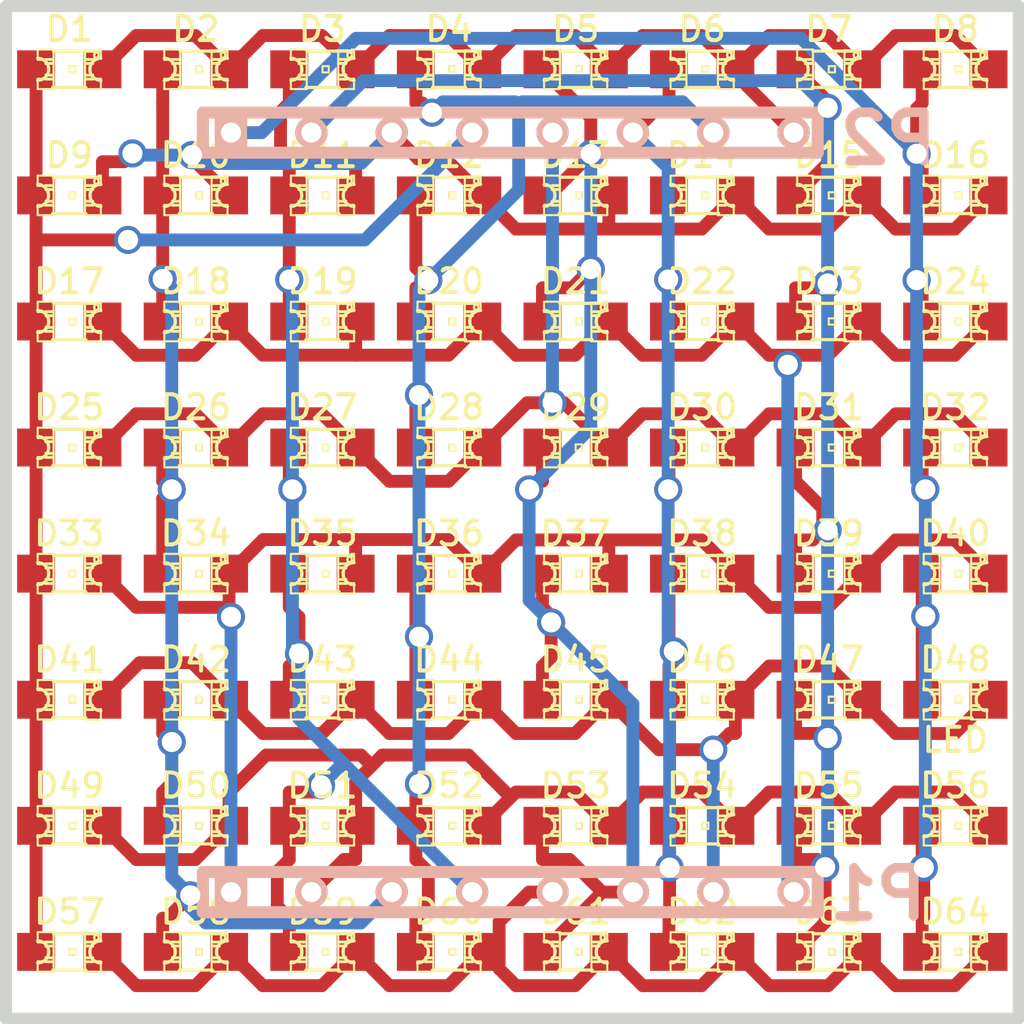
<source format=kicad_pcb>
(kicad_pcb (version 20171130) (host pcbnew 5.1.10)
  (title_block (date "12 feb 2013"))
  (layers (0 Front signal) (31 Back signal) (34 B.Paste user) (35 F.Paste user) (36 B.SilkS user) (37 F.SilkS user) (38 B.Mask user) (39 F.Mask user) (44 Edge.Cuts user))
  (net 0 "")
  (net 1 /1)
  (net 2 /10)
  (net 3 /11)
  (net 4 /12)
  (net 5 /13)
  (net 6 /14)
  (net 7 /15)
  (net 8 /16)
  (net 9 /2)
  (net 10 /3)
  (net 11 /4)
  (net 12 /5)
  (net 13 /6)
  (net 14 /7)
  (net 15 /8)
  (net 16 /9)
  (module PANEL_HEADER_8PIN (layer Back) (at 66.79946 54.8005)
    (fp_text reference P2 (at 11.87704 0.1905) (layer B.SilkS) (effects (font (size 1.524 1.524) (thickness 0.3048)) (justify mirror)))
    (fp_text value "" hide)
    (pad 4 thru_hole circle (at -1.27 0) (size 1.016 1.016) (drill 0.635) (layers *.Cu *.Mask B.SilkS) (net 5 /13))
    (pad 3 thru_hole circle (at -3.81 0) (size 1.016 1.016) (drill 0.635) (layers *.Cu *.Mask B.SilkS) (net 6 /14))
    (pad 2 thru_hole circle (at -6.35 0) (size 1.016 1.016) (drill 0.635) (layers *.Cu *.Mask B.SilkS) (net 7 /15))
    (pad 1 thru_hole rect (at -8.89 0) (size 1.016 1.016) (drill 0.635) (layers *.Cu *.Mask B.SilkS) (net 8 /16))
    (pad 5 thru_hole circle (at 1.27 0) (size 1.016 1.016) (drill 0.635) (layers *.Cu *.Mask B.SilkS) (net 4 /12))
    (pad 6 thru_hole circle (at 3.81 0) (size 1.016 1.016) (drill 0.635) (layers *.Cu *.Mask B.SilkS) (net 3 /11))
    (pad 7 thru_hole circle (at 6.35 0) (size 1.016 1.016) (drill 0.635) (layers *.Cu *.Mask B.SilkS) (net 2 /10))
    (pad 8 thru_hole circle (at 8.89 0) (size 1.016 1.016) (drill 0.635) (layers *.Cu *.Mask B.SilkS) (net 16 /9))
  )
  (module PANEL_HEADER_8PIN (layer Back) (at 66.79946 78.80096)
    (fp_text reference P1 (at 11.55954 0.06604) (layer B.SilkS) (effects (font (size 1.524 1.524) (thickness 0.3048)) (justify mirror)))
    (fp_text value "" hide)
    (pad 4 thru_hole circle (at -1.27 0) (size 1.016 1.016) (drill 0.635) (layers *.Cu *.Mask B.SilkS) (net 11 /4))
    (pad 3 thru_hole circle (at -3.81 0) (size 1.016 1.016) (drill 0.635) (layers *.Cu *.Mask B.SilkS) (net 10 /3))
    (pad 2 thru_hole circle (at -6.35 0) (size 1.016 1.016) (drill 0.635) (layers *.Cu *.Mask B.SilkS) (net 9 /2))
    (pad 1 thru_hole rect (at -8.89 0) (size 1.016 1.016) (drill 0.635) (layers *.Cu *.Mask B.SilkS) (net 1 /1))
    (pad 5 thru_hole circle (at 1.27 0) (size 1.016 1.016) (drill 0.635) (layers *.Cu *.Mask B.SilkS) (net 12 /5))
    (pad 6 thru_hole circle (at 3.81 0) (size 1.016 1.016) (drill 0.635) (layers *.Cu *.Mask B.SilkS) (net 13 /6))
    (pad 7 thru_hole circle (at 6.35 0) (size 1.016 1.016) (drill 0.635) (layers *.Cu *.Mask B.SilkS) (net 14 /7))
    (pad 8 thru_hole circle (at 8.89 0) (size 1.016 1.016) (drill 0.635) (layers *.Cu *.Mask B.SilkS) (net 15 /8))
  )
  (module LED-0805 (layer Front) (at 80.79994 72.72274)
    (fp_text reference D48 (at 0 -1.27) (layer F.SilkS) (effects (font (size 0.762 0.762) (thickness 0.127))))
    (fp_text value LED (at 0 1.27) (layer F.SilkS) (effects (font (size 0.762 0.762) (thickness 0.127))))
    (pad 1 smd rect (at -1.04902 0) (size 1.19888 1.19888) (layers Front F.Paste F.Mask) (net 8 /16))
    (pad 2 smd rect (at 1.04902 0) (size 1.19888 1.19888) (layers Front F.Paste F.Mask) (net 14 /7))
  )
  (module LED-0805 (layer Front) (at 76.79944 72.72274)
    (fp_text reference D47 (at 0 -1.27) (layer F.SilkS) (effects (font (size 0.762 0.762) (thickness 0.127))))
    (fp_text value "" hide)
    (pad 1 smd rect (at -1.04902 0) (size 1.19888 1.19888) (layers Front F.Paste F.Mask) (net 7 /15))
    (pad 2 smd rect (at 1.04902 0) (size 1.19888 1.19888) (layers Front F.Paste F.Mask) (net 14 /7))
  )
  (module LED-0805 (layer Front) (at 72.79894 72.72274)
    (fp_text reference D46 (at 0 -1.27) (layer F.SilkS) (effects (font (size 0.762 0.762) (thickness 0.127))))
    (fp_text value "" hide)
    (pad 1 smd rect (at -1.04902 0) (size 1.19888 1.19888) (layers Front F.Paste F.Mask) (net 3 /11))
    (pad 2 smd rect (at 1.04902 0) (size 1.19888 1.19888) (layers Front F.Paste F.Mask) (net 14 /7))
  )
  (module LED-0805 (layer Front) (at 68.80098 72.72274)
    (fp_text reference D45 (at 0 -1.27) (layer F.SilkS) (effects (font (size 0.762 0.762) (thickness 0.127))))
    (fp_text value "" hide)
    (pad 1 smd rect (at -1.04902 0) (size 1.19888 1.19888) (layers Front F.Paste F.Mask) (net 13 /6))
    (pad 2 smd rect (at 1.04902 0) (size 1.19888 1.19888) (layers Front F.Paste F.Mask) (net 14 /7))
  )
  (module LED-0805 (layer Front) (at 64.80048 72.72274)
    (fp_text reference D44 (at 0 -1.27) (layer F.SilkS) (effects (font (size 0.762 0.762) (thickness 0.127))))
    (fp_text value "" hide)
    (pad 1 smd rect (at -1.04902 0) (size 1.19888 1.19888) (layers Front F.Paste F.Mask) (net 2 /10))
    (pad 2 smd rect (at 1.04902 0) (size 1.19888 1.19888) (layers Front F.Paste F.Mask) (net 14 /7))
  )
  (module LED-0805 (layer Front) (at 60.79998 72.72274)
    (fp_text reference D43 (at 0 -1.27) (layer F.SilkS) (effects (font (size 0.762 0.762) (thickness 0.127))))
    (fp_text value "" hide)
    (pad 1 smd rect (at -1.04902 0) (size 1.19888 1.19888) (layers Front F.Paste F.Mask) (net 11 /4))
    (pad 2 smd rect (at 1.04902 0) (size 1.19888 1.19888) (layers Front F.Paste F.Mask) (net 14 /7))
  )
  (module LED-0805 (layer Front) (at 56.79948 72.72274)
    (fp_text reference D42 (at 0 -1.27) (layer F.SilkS) (effects (font (size 0.762 0.762) (thickness 0.127))))
    (fp_text value "" hide)
    (pad 1 smd rect (at -1.04902 0) (size 1.19888 1.19888) (layers Front F.Paste F.Mask) (net 10 /3))
    (pad 2 smd rect (at 1.04902 0) (size 1.19888 1.19888) (layers Front F.Paste F.Mask) (net 14 /7))
  )
  (module LED-0805 (layer Front) (at 52.79898 72.72274)
    (fp_text reference D41 (at 0 -1.27) (layer F.SilkS) (effects (font (size 0.762 0.762) (thickness 0.127))))
    (fp_text value "" hide)
    (pad 1 smd rect (at -1.04902 0) (size 1.19888 1.19888) (layers Front F.Paste F.Mask) (net 5 /13))
    (pad 2 smd rect (at 1.04902 0) (size 1.19888 1.19888) (layers Front F.Paste F.Mask) (net 14 /7))
  )
  (module LED-0805 (layer Front) (at 80.79994 68.73748)
    (fp_text reference D40 (at 0 -1.27) (layer F.SilkS) (effects (font (size 0.762 0.762) (thickness 0.127))))
    (fp_text value "" hide)
    (pad 1 smd rect (at -1.04902 0) (size 1.19888 1.19888) (layers Front F.Paste F.Mask) (net 8 /16))
    (pad 2 smd rect (at 1.04902 0) (size 1.19888 1.19888) (layers Front F.Paste F.Mask) (net 1 /1))
  )
  (module LED-0805 (layer Front) (at 76.79944 68.73748)
    (fp_text reference D39 (at 0 -1.27) (layer F.SilkS) (effects (font (size 0.762 0.762) (thickness 0.127))))
    (fp_text value "" hide)
    (pad 1 smd rect (at -1.04902 0) (size 1.19888 1.19888) (layers Front F.Paste F.Mask) (net 7 /15))
    (pad 2 smd rect (at 1.04902 0) (size 1.19888 1.19888) (layers Front F.Paste F.Mask) (net 1 /1))
  )
  (module LED-0805 (layer Front) (at 72.79894 68.73748)
    (fp_text reference D38 (at 0 -1.27) (layer F.SilkS) (effects (font (size 0.762 0.762) (thickness 0.127))))
    (fp_text value "" hide)
    (pad 1 smd rect (at -1.04902 0) (size 1.19888 1.19888) (layers Front F.Paste F.Mask) (net 3 /11))
    (pad 2 smd rect (at 1.04902 0) (size 1.19888 1.19888) (layers Front F.Paste F.Mask) (net 1 /1))
  )
  (module LED-0805 (layer Front) (at 68.80098 68.73748)
    (fp_text reference D37 (at 0 -1.27) (layer F.SilkS) (effects (font (size 0.762 0.762) (thickness 0.127))))
    (fp_text value "" hide)
    (pad 1 smd rect (at -1.04902 0) (size 1.19888 1.19888) (layers Front F.Paste F.Mask) (net 13 /6))
    (pad 2 smd rect (at 1.04902 0) (size 1.19888 1.19888) (layers Front F.Paste F.Mask) (net 1 /1))
  )
  (module LED-0805 (layer Front) (at 64.80048 68.73748)
    (fp_text reference D36 (at 0 -1.27) (layer F.SilkS) (effects (font (size 0.762 0.762) (thickness 0.127))))
    (fp_text value "" hide)
    (pad 1 smd rect (at -1.04902 0) (size 1.19888 1.19888) (layers Front F.Paste F.Mask) (net 2 /10))
    (pad 2 smd rect (at 1.04902 0) (size 1.19888 1.19888) (layers Front F.Paste F.Mask) (net 1 /1))
  )
  (module LED-0805 (layer Front) (at 60.79998 68.73748)
    (fp_text reference D35 (at 0 -1.27) (layer F.SilkS) (effects (font (size 0.762 0.762) (thickness 0.127))))
    (fp_text value "" hide)
    (pad 1 smd rect (at -1.04902 0) (size 1.19888 1.19888) (layers Front F.Paste F.Mask) (net 11 /4))
    (pad 2 smd rect (at 1.04902 0) (size 1.19888 1.19888) (layers Front F.Paste F.Mask) (net 1 /1))
  )
  (module LED-0805 (layer Front) (at 56.79948 68.73748)
    (fp_text reference D34 (at 0 -1.27) (layer F.SilkS) (effects (font (size 0.762 0.762) (thickness 0.127))))
    (fp_text value "" hide)
    (pad 1 smd rect (at -1.04902 0) (size 1.19888 1.19888) (layers Front F.Paste F.Mask) (net 10 /3))
    (pad 2 smd rect (at 1.04902 0) (size 1.19888 1.19888) (layers Front F.Paste F.Mask) (net 1 /1))
  )
  (module LED-0805 (layer Front) (at 52.79898 76.70546)
    (fp_text reference D49 (at 0 -1.27) (layer F.SilkS) (effects (font (size 0.762 0.762) (thickness 0.127))))
    (fp_text value "" hide)
    (pad 1 smd rect (at -1.04902 0) (size 1.19888 1.19888) (layers Front F.Paste F.Mask) (net 5 /13))
    (pad 2 smd rect (at 1.04902 0) (size 1.19888 1.19888) (layers Front F.Paste F.Mask) (net 9 /2))
  )
  (module LED-0805 (layer Front) (at 56.79948 76.70546)
    (fp_text reference D50 (at 0 -1.27) (layer F.SilkS) (effects (font (size 0.762 0.762) (thickness 0.127))))
    (fp_text value "" hide)
    (pad 1 smd rect (at -1.04902 0) (size 1.19888 1.19888) (layers Front F.Paste F.Mask) (net 10 /3))
    (pad 2 smd rect (at 1.04902 0) (size 1.19888 1.19888) (layers Front F.Paste F.Mask) (net 9 /2))
  )
  (module LED-0805 (layer Front) (at 60.79998 76.70546)
    (fp_text reference D51 (at 0 -1.27) (layer F.SilkS) (effects (font (size 0.762 0.762) (thickness 0.127))))
    (fp_text value "" hide)
    (pad 1 smd rect (at -1.04902 0) (size 1.19888 1.19888) (layers Front F.Paste F.Mask) (net 11 /4))
    (pad 2 smd rect (at 1.04902 0) (size 1.19888 1.19888) (layers Front F.Paste F.Mask) (net 9 /2))
  )
  (module LED-0805 (layer Front) (at 64.80048 76.70546)
    (fp_text reference D52 (at 0 -1.27) (layer F.SilkS) (effects (font (size 0.762 0.762) (thickness 0.127))))
    (fp_text value "" hide)
    (pad 1 smd rect (at -1.04902 0) (size 1.19888 1.19888) (layers Front F.Paste F.Mask) (net 2 /10))
    (pad 2 smd rect (at 1.04902 0) (size 1.19888 1.19888) (layers Front F.Paste F.Mask) (net 9 /2))
  )
  (module LED-0805 (layer Front) (at 68.80098 76.70546)
    (fp_text reference D53 (at 0 -1.27) (layer F.SilkS) (effects (font (size 0.762 0.762) (thickness 0.127))))
    (fp_text value "" hide)
    (pad 1 smd rect (at -1.04902 0) (size 1.19888 1.19888) (layers Front F.Paste F.Mask) (net 13 /6))
    (pad 2 smd rect (at 1.04902 0) (size 1.19888 1.19888) (layers Front F.Paste F.Mask) (net 9 /2))
  )
  (module LED-0805 (layer Front) (at 72.79894 76.70546)
    (fp_text reference D54 (at 0 -1.27) (layer F.SilkS) (effects (font (size 0.762 0.762) (thickness 0.127))))
    (fp_text value "" hide)
    (pad 1 smd rect (at -1.04902 0) (size 1.19888 1.19888) (layers Front F.Paste F.Mask) (net 3 /11))
    (pad 2 smd rect (at 1.04902 0) (size 1.19888 1.19888) (layers Front F.Paste F.Mask) (net 9 /2))
  )
  (module LED-0805 (layer Front) (at 76.79944 76.70546)
    (fp_text reference D55 (at 0 -1.27) (layer F.SilkS) (effects (font (size 0.762 0.762) (thickness 0.127))))
    (fp_text value "" hide)
    (pad 1 smd rect (at -1.04902 0) (size 1.19888 1.19888) (layers Front F.Paste F.Mask) (net 7 /15))
    (pad 2 smd rect (at 1.04902 0) (size 1.19888 1.19888) (layers Front F.Paste F.Mask) (net 9 /2))
  )
  (module LED-0805 (layer Front) (at 80.79994 76.70546)
    (fp_text reference D56 (at 0 -1.27) (layer F.SilkS) (effects (font (size 0.762 0.762) (thickness 0.127))))
    (fp_text value "" hide)
    (pad 1 smd rect (at -1.04902 0) (size 1.19888 1.19888) (layers Front F.Paste F.Mask) (net 8 /16))
    (pad 2 smd rect (at 1.04902 0) (size 1.19888 1.19888) (layers Front F.Paste F.Mask) (net 9 /2))
  )
  (module LED-0805 (layer Front) (at 52.79898 80.69072)
    (fp_text reference D57 (at 0 -1.27) (layer F.SilkS) (effects (font (size 0.762 0.762) (thickness 0.127))))
    (fp_text value "" hide)
    (pad 1 smd rect (at -1.04902 0) (size 1.19888 1.19888) (layers Front F.Paste F.Mask) (net 5 /13))
    (pad 2 smd rect (at 1.04902 0) (size 1.19888 1.19888) (layers Front F.Paste F.Mask) (net 12 /5))
  )
  (module LED-0805 (layer Front) (at 56.79948 80.69072)
    (fp_text reference D58 (at 0 -1.27) (layer F.SilkS) (effects (font (size 0.762 0.762) (thickness 0.127))))
    (fp_text value "" hide)
    (pad 1 smd rect (at -1.04902 0) (size 1.19888 1.19888) (layers Front F.Paste F.Mask) (net 10 /3))
    (pad 2 smd rect (at 1.04902 0) (size 1.19888 1.19888) (layers Front F.Paste F.Mask) (net 12 /5))
  )
  (module LED-0805 (layer Front) (at 60.79998 80.69072)
    (fp_text reference D59 (at 0 -1.27) (layer F.SilkS) (effects (font (size 0.762 0.762) (thickness 0.127))))
    (fp_text value "" hide)
    (pad 1 smd rect (at -1.04902 0) (size 1.19888 1.19888) (layers Front F.Paste F.Mask) (net 11 /4))
    (pad 2 smd rect (at 1.04902 0) (size 1.19888 1.19888) (layers Front F.Paste F.Mask) (net 12 /5))
  )
  (module LED-0805 (layer Front) (at 64.80048 80.69072)
    (fp_text reference D60 (at 0 -1.27) (layer F.SilkS) (effects (font (size 0.762 0.762) (thickness 0.127))))
    (fp_text value "" hide)
    (pad 1 smd rect (at -1.04902 0) (size 1.19888 1.19888) (layers Front F.Paste F.Mask) (net 2 /10))
    (pad 2 smd rect (at 1.04902 0) (size 1.19888 1.19888) (layers Front F.Paste F.Mask) (net 12 /5))
  )
  (module LED-0805 (layer Front) (at 68.80098 80.69072)
    (fp_text reference D61 (at 0 -1.27) (layer F.SilkS) (effects (font (size 0.762 0.762) (thickness 0.127))))
    (fp_text value "" hide)
    (pad 1 smd rect (at -1.04902 0) (size 1.19888 1.19888) (layers Front F.Paste F.Mask) (net 13 /6))
    (pad 2 smd rect (at 1.04902 0) (size 1.19888 1.19888) (layers Front F.Paste F.Mask) (net 12 /5))
  )
  (module LED-0805 (layer Front) (at 72.79894 80.69072)
    (fp_text reference D62 (at 0 -1.27) (layer F.SilkS) (effects (font (size 0.762 0.762) (thickness 0.127))))
    (fp_text value "" hide)
    (pad 1 smd rect (at -1.04902 0) (size 1.19888 1.19888) (layers Front F.Paste F.Mask) (net 3 /11))
    (pad 2 smd rect (at 1.04902 0) (size 1.19888 1.19888) (layers Front F.Paste F.Mask) (net 12 /5))
  )
  (module LED-0805 (layer Front) (at 76.79944 80.69072)
    (fp_text reference D63 (at 0 -1.27) (layer F.SilkS) (effects (font (size 0.762 0.762) (thickness 0.127))))
    (fp_text value "" (at 0 1.27) (layer F.SilkS) (effects (font (size 0.762 0.762) (thickness 0.127))))
    (pad 1 smd rect (at -1.04902 0) (size 1.19888 1.19888) (layers Front F.Paste F.Mask) (net 7 /15))
    (pad 2 smd rect (at 1.04902 0) (size 1.19888 1.19888) (layers Front F.Paste F.Mask) (net 12 /5))
  )
  (module LED-0805 (layer Front) (at 80.79994 80.69072)
    (fp_text reference D64 (at 0 -1.27) (layer F.SilkS) (effects (font (size 0.762 0.762) (thickness 0.127))))
    (fp_text value "" hide)
    (pad 1 smd rect (at -1.04902 0) (size 1.19888 1.19888) (layers Front F.Paste F.Mask) (net 8 /16))
    (pad 2 smd rect (at 1.04902 0) (size 1.19888 1.19888) (layers Front F.Paste F.Mask) (net 12 /5))
  )
  (module LED-0805 (layer Front) (at 52.79898 52.79898)
    (fp_text reference D1 (at 0 -1.27) (layer F.SilkS) (effects (font (size 0.762 0.762) (thickness 0.127))))
    (fp_text value "" (at 0 1.27) (layer F.SilkS) (effects (font (size 0.762 0.762) (thickness 0.127))))
    (pad 1 smd rect (at -1.04902 0) (size 1.19888 1.19888) (layers Front F.Paste F.Mask) (net 5 /13))
    (pad 2 smd rect (at 1.04902 0) (size 1.19888 1.19888) (layers Front F.Paste F.Mask) (net 16 /9))
  )
  (module LED-0805 (layer Front) (at 56.79948 52.79898)
    (fp_text reference D2 (at 0 -1.27) (layer F.SilkS) (effects (font (size 0.762 0.762) (thickness 0.127))))
    (fp_text value "" (at 0 1.27) (layer F.SilkS) (effects (font (size 0.762 0.762) (thickness 0.127))))
    (pad 1 smd rect (at -1.04902 0) (size 1.19888 1.19888) (layers Front F.Paste F.Mask) (net 10 /3))
    (pad 2 smd rect (at 1.04902 0) (size 1.19888 1.19888) (layers Front F.Paste F.Mask) (net 16 /9))
  )
  (module LED-0805 (layer Front) (at 60.79998 52.79898)
    (fp_text reference D3 (at 0 -1.27) (layer F.SilkS) (effects (font (size 0.762 0.762) (thickness 0.127))))
    (fp_text value "" (at 0 1.27) (layer F.SilkS) (effects (font (size 0.762 0.762) (thickness 0.127))))
    (pad 1 smd rect (at -1.04902 0) (size 1.19888 1.19888) (layers Front F.Paste F.Mask) (net 11 /4))
    (pad 2 smd rect (at 1.04902 0) (size 1.19888 1.19888) (layers Front F.Paste F.Mask) (net 16 /9))
  )
  (module LED-0805 (layer Front) (at 64.80048 52.79898)
    (fp_text reference D4 (at 0 -1.27) (layer F.SilkS) (effects (font (size 0.762 0.762) (thickness 0.127))))
    (fp_text value "" (at 0 1.27) (layer F.SilkS) (effects (font (size 0.762 0.762) (thickness 0.127))))
    (pad 1 smd rect (at -1.04902 0) (size 1.19888 1.19888) (layers Front F.Paste F.Mask) (net 2 /10))
    (pad 2 smd rect (at 1.04902 0) (size 1.19888 1.19888) (layers Front F.Paste F.Mask) (net 16 /9))
  )
  (module LED-0805 (layer Front) (at 68.80098 52.79898)
    (fp_text reference D5 (at 0 -1.27) (layer F.SilkS) (effects (font (size 0.762 0.762) (thickness 0.127))))
    (fp_text value "" hide)
    (pad 1 smd rect (at -1.04902 0) (size 1.19888 1.19888) (layers Front F.Paste F.Mask) (net 13 /6))
    (pad 2 smd rect (at 1.04902 0) (size 1.19888 1.19888) (layers Front F.Paste F.Mask) (net 16 /9))
  )
  (module LED-0805 (layer Front) (at 72.79894 52.79898)
    (fp_text reference D6 (at 0 -1.27) (layer F.SilkS) (effects (font (size 0.762 0.762) (thickness 0.127))))
    (fp_text value "" hide)
    (pad 1 smd rect (at -1.04902 0) (size 1.19888 1.19888) (layers Front F.Paste F.Mask) (net 3 /11))
    (pad 2 smd rect (at 1.04902 0) (size 1.19888 1.19888) (layers Front F.Paste F.Mask) (net 16 /9))
  )
  (module LED-0805 (layer Front) (at 76.79944 52.79898)
    (fp_text reference D7 (at 0 -1.27) (layer F.SilkS) (effects (font (size 0.762 0.762) (thickness 0.127))))
    (fp_text value "" hide)
    (pad 1 smd rect (at -1.04902 0) (size 1.19888 1.19888) (layers Front F.Paste F.Mask) (net 7 /15))
    (pad 2 smd rect (at 1.04902 0) (size 1.19888 1.19888) (layers Front F.Paste F.Mask) (net 16 /9))
  )
  (module LED-0805 (layer Front) (at 80.79994 52.79898)
    (fp_text reference D8 (at 0 -1.27) (layer F.SilkS) (effects (font (size 0.762 0.762) (thickness 0.127))))
    (fp_text value "" hide)
    (pad 1 smd rect (at -1.04902 0) (size 1.19888 1.19888) (layers Front F.Paste F.Mask) (net 8 /16))
    (pad 2 smd rect (at 1.04902 0) (size 1.19888 1.19888) (layers Front F.Paste F.Mask) (net 16 /9))
  )
  (module LED-0805 (layer Front) (at 52.79898 56.78424)
    (fp_text reference D9 (at 0 -1.27) (layer F.SilkS) (effects (font (size 0.762 0.762) (thickness 0.127))))
    (fp_text value "" hide)
    (pad 1 smd rect (at -1.04902 0) (size 1.19888 1.19888) (layers Front F.Paste F.Mask) (net 5 /13))
    (pad 2 smd rect (at 1.04902 0) (size 1.19888 1.19888) (layers Front F.Paste F.Mask) (net 6 /14))
  )
  (module LED-0805 (layer Front) (at 56.79948 56.78424)
    (fp_text reference D10 (at 0 -1.27) (layer F.SilkS) (effects (font (size 0.762 0.762) (thickness 0.127))))
    (fp_text value "" (at 0 1.27) (layer F.SilkS) (effects (font (size 0.762 0.762) (thickness 0.127))))
    (pad 1 smd rect (at -1.04902 0) (size 1.19888 1.19888) (layers Front F.Paste F.Mask) (net 10 /3))
    (pad 2 smd rect (at 1.04902 0) (size 1.19888 1.19888) (layers Front F.Paste F.Mask) (net 6 /14))
  )
  (module LED-0805 (layer Front) (at 60.79998 56.78424)
    (fp_text reference D11 (at 0 -1.27) (layer F.SilkS) (effects (font (size 0.762 0.762) (thickness 0.127))))
    (fp_text value "" (at 0 1.27) (layer F.SilkS) (effects (font (size 0.762 0.762) (thickness 0.127))))
    (pad 1 smd rect (at -1.04902 0) (size 1.19888 1.19888) (layers Front F.Paste F.Mask) (net 11 /4))
    (pad 2 smd rect (at 1.04902 0) (size 1.19888 1.19888) (layers Front F.Paste F.Mask) (net 6 /14))
  )
  (module LED-0805 (layer Front) (at 64.80048 56.78424)
    (fp_text reference D12 (at 0 -1.27) (layer F.SilkS) (effects (font (size 0.762 0.762) (thickness 0.127))))
    (fp_text value "" (at 0 1.27) (layer F.SilkS) (effects (font (size 0.762 0.762) (thickness 0.127))))
    (pad 1 smd rect (at -1.04902 0) (size 1.19888 1.19888) (layers Front F.Paste F.Mask) (net 2 /10))
    (pad 2 smd rect (at 1.04902 0) (size 1.19888 1.19888) (layers Front F.Paste F.Mask) (net 6 /14))
  )
  (module LED-0805 (layer Front) (at 68.80098 56.78424)
    (fp_text reference D13 (at 0 -1.27) (layer F.SilkS) (effects (font (size 0.762 0.762) (thickness 0.127))))
    (fp_text value "" (at 0 1.27) (layer F.SilkS) (effects (font (size 0.762 0.762) (thickness 0.127))))
    (pad 1 smd rect (at -1.04902 0) (size 1.19888 1.19888) (layers Front F.Paste F.Mask) (net 13 /6))
    (pad 2 smd rect (at 1.04902 0) (size 1.19888 1.19888) (layers Front F.Paste F.Mask) (net 6 /14))
  )
  (module LED-0805 (layer Front) (at 72.79894 56.78424)
    (fp_text reference D14 (at 0 -1.27) (layer F.SilkS) (effects (font (size 0.762 0.762) (thickness 0.127))))
    (fp_text value "" hide)
    (pad 1 smd rect (at -1.04902 0) (size 1.19888 1.19888) (layers Front F.Paste F.Mask) (net 3 /11))
    (pad 2 smd rect (at 1.04902 0) (size 1.19888 1.19888) (layers Front F.Paste F.Mask) (net 6 /14))
  )
  (module LED-0805 (layer Front) (at 76.79944 56.78424)
    (fp_text reference D15 (at 0 -1.27) (layer F.SilkS) (effects (font (size 0.762 0.762) (thickness 0.127))))
    (fp_text value "" (at 0 1.27) (layer F.SilkS) (effects (font (size 0.762 0.762) (thickness 0.127))))
    (pad 1 smd rect (at -1.04902 0) (size 1.19888 1.19888) (layers Front F.Paste F.Mask) (net 7 /15))
    (pad 2 smd rect (at 1.04902 0) (size 1.19888 1.19888) (layers Front F.Paste F.Mask) (net 6 /14))
  )
  (module LED-0805 (layer Front) (at 80.79994 56.78424)
    (fp_text reference D16 (at 0 -1.27) (layer F.SilkS) (effects (font (size 0.762 0.762) (thickness 0.127))))
    (fp_text value "" (at 0 1.27) (layer F.SilkS) (effects (font (size 0.762 0.762) (thickness 0.127))))
    (pad 1 smd rect (at -1.04902 0) (size 1.19888 1.19888) (layers Front F.Paste F.Mask) (net 8 /16))
    (pad 2 smd rect (at 1.04902 0) (size 1.19888 1.19888) (layers Front F.Paste F.Mask) (net 6 /14))
  )
  (module LED-0805 (layer Front) (at 52.79898 68.73748)
    (fp_text reference D33 (at 0 -1.27) (layer F.SilkS) (effects (font (size 0.762 0.762) (thickness 0.127))))
    (fp_text value "" hide)
    (pad 1 smd rect (at -1.04902 0) (size 1.19888 1.19888) (layers Front F.Paste F.Mask) (net 5 /13))
    (pad 2 smd rect (at 1.04902 0) (size 1.19888 1.19888) (layers Front F.Paste F.Mask) (net 1 /1))
  )
  (module LED-0805 (layer Front) (at 80.79994 64.75222)
    (fp_text reference D32 (at 0 -1.27) (layer F.SilkS) (effects (font (size 0.762 0.762) (thickness 0.127))))
    (fp_text value "" hide)
    (pad 1 smd rect (at -1.04902 0) (size 1.19888 1.19888) (layers Front F.Paste F.Mask) (net 8 /16))
    (pad 2 smd rect (at 1.04902 0) (size 1.19888 1.19888) (layers Front F.Paste F.Mask) (net 4 /12))
  )
  (module LED-0805 (layer Front) (at 76.79944 64.75222)
    (fp_text reference D31 (at 0 -1.27) (layer F.SilkS) (effects (font (size 0.762 0.762) (thickness 0.127))))
    (fp_text value "" hide)
    (pad 1 smd rect (at -1.04902 0) (size 1.19888 1.19888) (layers Front F.Paste F.Mask) (net 7 /15))
    (pad 2 smd rect (at 1.04902 0) (size 1.19888 1.19888) (layers Front F.Paste F.Mask) (net 4 /12))
  )
  (module LED-0805 (layer Front) (at 72.79894 64.75222)
    (fp_text reference D30 (at 0 -1.27) (layer F.SilkS) (effects (font (size 0.762 0.762) (thickness 0.127))))
    (fp_text value "" hide)
    (pad 1 smd rect (at -1.04902 0) (size 1.19888 1.19888) (layers Front F.Paste F.Mask) (net 3 /11))
    (pad 2 smd rect (at 1.04902 0) (size 1.19888 1.19888) (layers Front F.Paste F.Mask) (net 4 /12))
  )
  (module LED-0805 (layer Front) (at 68.80098 64.75222)
    (fp_text reference D29 (at 0 -1.27) (layer F.SilkS) (effects (font (size 0.762 0.762) (thickness 0.127))))
    (fp_text value "" hide)
    (pad 1 smd rect (at -1.04902 0) (size 1.19888 1.19888) (layers Front F.Paste F.Mask) (net 13 /6))
    (pad 2 smd rect (at 1.04902 0) (size 1.19888 1.19888) (layers Front F.Paste F.Mask) (net 4 /12))
  )
  (module LED-0805 (layer Front) (at 64.80048 64.75222)
    (fp_text reference D28 (at 0 -1.27) (layer F.SilkS) (effects (font (size 0.762 0.762) (thickness 0.127))))
    (fp_text value "" hide)
    (pad 1 smd rect (at -1.04902 0) (size 1.19888 1.19888) (layers Front F.Paste F.Mask) (net 2 /10))
    (pad 2 smd rect (at 1.04902 0) (size 1.19888 1.19888) (layers Front F.Paste F.Mask) (net 4 /12))
  )
  (module LED-0805 (layer Front) (at 60.79998 64.75222)
    (fp_text reference D27 (at 0 -1.27) (layer F.SilkS) (effects (font (size 0.762 0.762) (thickness 0.127))))
    (fp_text value "" hide)
    (pad 1 smd rect (at -1.04902 0) (size 1.19888 1.19888) (layers Front F.Paste F.Mask) (net 11 /4))
    (pad 2 smd rect (at 1.04902 0) (size 1.19888 1.19888) (layers Front F.Paste F.Mask) (net 4 /12))
  )
  (module LED-0805 (layer Front) (at 56.79948 64.75222)
    (fp_text reference D26 (at 0 -1.27) (layer F.SilkS) (effects (font (size 0.762 0.762) (thickness 0.127))))
    (fp_text value "" hide)
    (pad 1 smd rect (at -1.04902 0) (size 1.19888 1.19888) (layers Front F.Paste F.Mask) (net 10 /3))
    (pad 2 smd rect (at 1.04902 0) (size 1.19888 1.19888) (layers Front F.Paste F.Mask) (net 4 /12))
  )
  (module LED-0805 (layer Front) (at 52.79898 64.75222)
    (fp_text reference D25 (at 0 -1.27) (layer F.SilkS) (effects (font (size 0.762 0.762) (thickness 0.127))))
    (fp_text value "" (at 0 1.27) (layer F.SilkS) (effects (font (size 0.762 0.762) (thickness 0.127))))
    (pad 1 smd rect (at -1.04902 0) (size 1.19888 1.19888) (layers Front F.Paste F.Mask) (net 5 /13))
    (pad 2 smd rect (at 1.04902 0) (size 1.19888 1.19888) (layers Front F.Paste F.Mask) (net 4 /12))
  )
  (module LED-0805 (layer Front) (at 80.79994 60.7695)
    (fp_text reference D24 (at 0 -1.27) (layer F.SilkS) (effects (font (size 0.762 0.762) (thickness 0.127))))
    (fp_text value "" hide)
    (pad 1 smd rect (at -1.04902 0) (size 1.19888 1.19888) (layers Front F.Paste F.Mask) (net 8 /16))
    (pad 2 smd rect (at 1.04902 0) (size 1.19888 1.19888) (layers Front F.Paste F.Mask) (net 15 /8))
  )
  (module LED-0805 (layer Front) (at 76.79944 60.7695)
    (fp_text reference D23 (at 0 -1.27) (layer F.SilkS) (effects (font (size 0.762 0.762) (thickness 0.127))))
    (fp_text value "" (at 0 1.27) (layer F.SilkS) (effects (font (size 0.762 0.762) (thickness 0.127))))
    (pad 1 smd rect (at -1.04902 0) (size 1.19888 1.19888) (layers Front F.Paste F.Mask) (net 7 /15))
    (pad 2 smd rect (at 1.04902 0) (size 1.19888 1.19888) (layers Front F.Paste F.Mask) (net 15 /8))
  )
  (module LED-0805 (layer Front) (at 72.79894 60.7695)
    (fp_text reference D22 (at 0 -1.27) (layer F.SilkS) (effects (font (size 0.762 0.762) (thickness 0.127))))
    (fp_text value "" hide)
    (pad 1 smd rect (at -1.04902 0) (size 1.19888 1.19888) (layers Front F.Paste F.Mask) (net 3 /11))
    (pad 2 smd rect (at 1.04902 0) (size 1.19888 1.19888) (layers Front F.Paste F.Mask) (net 15 /8))
  )
  (module LED-0805 (layer Front) (at 68.80098 60.7695)
    (fp_text reference D21 (at 0 -1.27) (layer F.SilkS) (effects (font (size 0.762 0.762) (thickness 0.127))))
    (fp_text value "" hide)
    (pad 1 smd rect (at -1.04902 0) (size 1.19888 1.19888) (layers Front F.Paste F.Mask) (net 13 /6))
    (pad 2 smd rect (at 1.04902 0) (size 1.19888 1.19888) (layers Front F.Paste F.Mask) (net 15 /8))
  )
  (module LED-0805 (layer Front) (at 64.80048 60.7695)
    (fp_text reference D20 (at 0 -1.27) (layer F.SilkS) (effects (font (size 0.762 0.762) (thickness 0.127))))
    (fp_text value "" hide)
    (pad 1 smd rect (at -1.04902 0) (size 1.19888 1.19888) (layers Front F.Paste F.Mask) (net 2 /10))
    (pad 2 smd rect (at 1.04902 0) (size 1.19888 1.19888) (layers Front F.Paste F.Mask) (net 15 /8))
  )
  (module LED-0805 (layer Front) (at 60.79998 60.7695)
    (fp_text reference D19 (at 0 -1.27) (layer F.SilkS) (effects (font (size 0.762 0.762) (thickness 0.127))))
    (fp_text value "" hide)
    (pad 1 smd rect (at -1.04902 0) (size 1.19888 1.19888) (layers Front F.Paste F.Mask) (net 11 /4))
    (pad 2 smd rect (at 1.04902 0) (size 1.19888 1.19888) (layers Front F.Paste F.Mask) (net 15 /8))
  )
  (module LED-0805 (layer Front) (at 56.79948 60.7695)
    (fp_text reference D18 (at 0 -1.27) (layer F.SilkS) (effects (font (size 0.762 0.762) (thickness 0.127))))
    (fp_text value "" hide)
    (pad 1 smd rect (at -1.04902 0) (size 1.19888 1.19888) (layers Front F.Paste F.Mask) (net 10 /3))
    (pad 2 smd rect (at 1.04902 0) (size 1.19888 1.19888) (layers Front F.Paste F.Mask) (net 15 /8))
  )
  (module LED-0805 (layer Front) (at 52.79898 60.7695)
    (fp_text reference D17 (at 0 -1.27) (layer F.SilkS) (effects (font (size 0.762 0.762) (thickness 0.127))))
    (fp_text value "" hide)
    (pad 1 smd rect (at -1.04902 0) (size 1.19888 1.19888) (layers Front F.Paste F.Mask) (net 5 /13))
    (pad 2 smd rect (at 1.04902 0) (size 1.19888 1.19888) (layers Front F.Paste F.Mask) (net 15 /8))
  )
  (gr_line (start 82.79892 50.8) (end 82.79892 82.79892) (angle 90) (layer Edge.Cuts) (width 0.381))
  (gr_line (start 50.8 82.79892) (end 82.79892 82.79892) (angle 90) (layer Edge.Cuts) (width 0.381))
  (gr_line (start 50.8 50.8) (end 82.79892 50.8) (angle 90) (layer Edge.Cuts) (width 0.381))
  (gr_line (start 50.8 50.8) (end 50.8 82.79892) (angle 90) (layer Edge.Cuts) (width 0.381))
  (via (at 57.90946 70.10146) (size 0.889) (layers Front Back) (net 1))
  (segment (start 61.849 67.66052) (end 61.849 68.73748) (width 0.4064) (layer Front) (net 1))
  (segment (start 58.92546 67.66052) (end 61.849 67.66052) (width 0.4064) (layer Front) (net 1))
  (segment (start 57.8485 68.73748) (end 58.92546 67.66052) (width 0.4064) (layer Front) (net 1))
  (segment (start 57.8485 68.73748) (end 57.8485 69.80174) (width 0.4064) (layer Front) (net 1))
  (segment (start 54.91226 69.80174) (end 57.8485 69.80174) (width 0.4064) (layer Front) (net 1))
  (segment (start 53.848 68.73748) (end 54.91226 69.80174) (width 0.4064) (layer Front) (net 1))
  (segment (start 57.90946 78.80096) (end 57.90946 77.82814) (width 0.4064) (layer Back) (net 1))
  (segment (start 57.90946 77.82814) (end 57.90946 70.10146) (width 0.4064) (layer Back) (net 1))
  (segment (start 57.8485 70.0405) (end 57.90946 70.10146) (width 0.4064) (layer Front) (net 1))
  (segment (start 57.8485 69.80174) (end 57.8485 70.0405) (width 0.4064) (layer Front) (net 1))
  (segment (start 64.77254 67.66052) (end 65.8495 68.73748) (width 0.4064) (layer Front) (net 1))
  (segment (start 61.849 67.66052) (end 64.77254 67.66052) (width 0.4064) (layer Front) (net 1))
  (segment (start 69.85 67.67068) (end 69.85 68.73748) (width 0.4064) (layer Front) (net 1))
  (segment (start 66.9163 67.67068) (end 65.8495 68.73748) (width 0.4064) (layer Front) (net 1))
  (segment (start 69.85 67.67068) (end 66.9163 67.67068) (width 0.4064) (layer Front) (net 1))
  (segment (start 72.78116 67.67068) (end 73.84796 68.73748) (width 0.4064) (layer Front) (net 1))
  (segment (start 69.85 67.67068) (end 72.78116 67.67068) (width 0.4064) (layer Front) (net 1))
  (segment (start 76.78166 69.80428) (end 77.84846 68.73748) (width 0.4064) (layer Front) (net 1))
  (segment (start 74.91476 69.80428) (end 76.78166 69.80428) (width 0.4064) (layer Front) (net 1))
  (segment (start 73.84796 68.73748) (end 74.91476 69.80428) (width 0.4064) (layer Front) (net 1))
  (segment (start 80.78216 67.67068) (end 81.84896 68.73748) (width 0.4064) (layer Front) (net 1))
  (segment (start 78.91526 67.67068) (end 80.78216 67.67068) (width 0.4064) (layer Front) (net 1))
  (segment (start 77.84846 68.73748) (end 78.91526 67.67068) (width 0.4064) (layer Front) (net 1))
  (via (at 64.14516 59.46394) (size 0.889) (layers Front Back) (net 2))
  (via (at 63.85052 70.72884) (size 0.889) (layers Front Back) (net 2))
  (via (at 64.25946 54.17058) (size 0.889) (layers Front Back) (net 2))
  (via (at 63.85052 75.38212) (size 0.889) (layers Front Back) (net 2))
  (via (at 63.85052 63.0936) (size 0.889) (layers Front Back) (net 2))
  (segment (start 63.75146 80.69072) (end 63.75146 79.62646) (width 0.4064) (layer Front) (net 2))
  (segment (start 64.14516 78.16342) (end 63.75146 77.76972) (width 0.4064) (layer Front) (net 2))
  (segment (start 64.14516 79.23276) (end 64.14516 78.16342) (width 0.4064) (layer Front) (net 2))
  (segment (start 63.75146 79.62646) (end 64.14516 79.23276) (width 0.4064) (layer Front) (net 2))
  (segment (start 63.75146 60.7695) (end 63.75146 59.70524) (width 0.4064) (layer Front) (net 2))
  (segment (start 63.90386 59.70524) (end 64.14516 59.46394) (width 0.4064) (layer Front) (net 2))
  (segment (start 63.75146 59.70524) (end 63.90386 59.70524) (width 0.4064) (layer Front) (net 2))
  (segment (start 63.75146 59.07024) (end 64.14516 59.46394) (width 0.4064) (layer Front) (net 2))
  (segment (start 63.75146 56.78424) (end 63.75146 59.07024) (width 0.4064) (layer Front) (net 2))
  (segment (start 63.75146 70.8279) (end 63.75146 72.72274) (width 0.4064) (layer Front) (net 2))
  (segment (start 63.85052 70.72884) (end 63.75146 70.8279) (width 0.4064) (layer Front) (net 2))
  (segment (start 63.75146 70.62978) (end 63.75146 68.73748) (width 0.4064) (layer Front) (net 2))
  (segment (start 63.85052 70.72884) (end 63.75146 70.62978) (width 0.4064) (layer Front) (net 2))
  (segment (start 63.75146 77.23632) (end 63.75146 77.76972) (width 0.4064) (layer Front) (net 2))
  (segment (start 63.75146 77.23632) (end 63.75146 76.70546) (width 0.4064) (layer Front) (net 2))
  (segment (start 72.17664 53.82768) (end 73.14946 54.8005) (width 0.4064) (layer Back) (net 2))
  (segment (start 67.11442 53.82768) (end 72.17664 53.82768) (width 0.4064) (layer Back) (net 2))
  (segment (start 67.00012 53.94198) (end 67.11442 53.82768) (width 0.4064) (layer Back) (net 2))
  (segment (start 64.60236 53.82768) (end 64.25946 54.17058) (width 0.4064) (layer Back) (net 2))
  (segment (start 66.88582 53.82768) (end 64.60236 53.82768) (width 0.4064) (layer Back) (net 2))
  (segment (start 67.00012 53.94198) (end 66.88582 53.82768) (width 0.4064) (layer Back) (net 2))
  (segment (start 63.95212 53.86324) (end 63.75146 53.86324) (width 0.4064) (layer Front) (net 2))
  (segment (start 64.25946 54.17058) (end 63.95212 53.86324) (width 0.4064) (layer Front) (net 2))
  (segment (start 63.75146 52.79898) (end 63.75146 53.86324) (width 0.4064) (layer Front) (net 2))
  (segment (start 63.75146 76.70546) (end 63.75146 75.6412) (width 0.4064) (layer Front) (net 2))
  (segment (start 63.85052 70.72884) (end 63.85052 75.38212) (width 0.4064) (layer Back) (net 2))
  (segment (start 63.85052 75.54214) (end 63.85052 75.38212) (width 0.4064) (layer Front) (net 2))
  (segment (start 63.75146 75.6412) (end 63.85052 75.54214) (width 0.4064) (layer Front) (net 2))
  (segment (start 67.00012 56.60898) (end 64.14516 59.46394) (width 0.4064) (layer Back) (net 2))
  (segment (start 67.00012 53.94198) (end 67.00012 56.60898) (width 0.4064) (layer Back) (net 2))
  (segment (start 63.85052 70.72884) (end 63.85052 63.0936) (width 0.4064) (layer Back) (net 2))
  (segment (start 63.85052 59.75858) (end 64.14516 59.46394) (width 0.4064) (layer Back) (net 2))
  (segment (start 63.85052 63.0936) (end 63.85052 59.75858) (width 0.4064) (layer Back) (net 2))
  (segment (start 63.75146 63.19266) (end 63.75146 64.75222) (width 0.4064) (layer Front) (net 2))
  (segment (start 63.85052 63.0936) (end 63.75146 63.19266) (width 0.4064) (layer Front) (net 2))
  (via (at 71.90232 71.19112) (size 0.889) (layers Front Back) (net 3))
  (via (at 71.72452 59.44108) (size 0.889) (layers Front Back) (net 3))
  (via (at 71.72452 66.07556) (size 0.889) (layers Front Back) (net 3))
  (via (at 71.77024 78.02626) (size 0.889) (layers Front Back) (net 3))
  (segment (start 71.74992 72.72274) (end 71.74992 71.65848) (width 0.4064) (layer Front) (net 3))
  (segment (start 71.74992 59.46648) (end 71.72452 59.44108) (width 0.4064) (layer Front) (net 3))
  (segment (start 71.74992 60.7695) (end 71.74992 59.46648) (width 0.4064) (layer Front) (net 3))
  (segment (start 71.72452 55.91556) (end 71.72452 59.44108) (width 0.4064) (layer Back) (net 3))
  (segment (start 70.60946 54.8005) (end 71.72452 55.91556) (width 0.4064) (layer Back) (net 3))
  (segment (start 71.74992 52.79898) (end 71.74992 53.86324) (width 0.4064) (layer Front) (net 3))
  (segment (start 71.74992 66.05016) (end 71.72452 66.07556) (width 0.4064) (layer Front) (net 3))
  (segment (start 71.74992 64.75222) (end 71.74992 66.05016) (width 0.4064) (layer Front) (net 3))
  (segment (start 71.72452 59.44108) (end 71.72452 66.07556) (width 0.4064) (layer Back) (net 3))
  (segment (start 71.90232 71.50608) (end 71.74992 71.65848) (width 0.4064) (layer Front) (net 3))
  (segment (start 71.90232 71.19112) (end 71.90232 71.50608) (width 0.4064) (layer Front) (net 3))
  (segment (start 71.74992 71.03872) (end 71.74992 68.73748) (width 0.4064) (layer Front) (net 3))
  (segment (start 71.90232 71.19112) (end 71.74992 71.03872) (width 0.4064) (layer Front) (net 3))
  (segment (start 71.54672 53.86324) (end 71.74992 53.86324) (width 0.4064) (layer Front) (net 3))
  (segment (start 70.60946 54.8005) (end 71.54672 53.86324) (width 0.4064) (layer Front) (net 3))
  (segment (start 71.52894 55.71998) (end 71.74992 55.71998) (width 0.4064) (layer Front) (net 3))
  (segment (start 70.60946 54.8005) (end 71.52894 55.71998) (width 0.4064) (layer Front) (net 3))
  (segment (start 71.74992 56.78424) (end 71.74992 55.71998) (width 0.4064) (layer Front) (net 3))
  (segment (start 71.74992 76.70546) (end 71.74992 77.76972) (width 0.4064) (layer Front) (net 3))
  (segment (start 71.77024 77.79004) (end 71.77024 78.02626) (width 0.4064) (layer Front) (net 3))
  (segment (start 71.74992 77.76972) (end 71.77024 77.79004) (width 0.4064) (layer Front) (net 3))
  (segment (start 71.77024 71.19112) (end 71.90232 71.19112) (width 0.4064) (layer Back) (net 3))
  (segment (start 71.72452 71.1454) (end 71.77024 71.19112) (width 0.4064) (layer Back) (net 3))
  (segment (start 71.72452 66.07556) (end 71.72452 71.1454) (width 0.4064) (layer Back) (net 3))
  (segment (start 71.77024 71.19112) (end 71.77024 78.02626) (width 0.4064) (layer Back) (net 3))
  (segment (start 71.77024 79.60614) (end 71.77024 78.02626) (width 0.4064) (layer Front) (net 3))
  (segment (start 71.74992 79.62646) (end 71.77024 79.60614) (width 0.4064) (layer Front) (net 3))
  (segment (start 71.74992 80.69072) (end 71.74992 79.62646) (width 0.4064) (layer Front) (net 3))
  (via (at 68.06946 63.3349) (size 0.889) (layers Front Back) (net 4))
  (segment (start 56.7817 63.68542) (end 57.8485 64.75222) (width 0.4064) (layer Front) (net 4))
  (segment (start 54.9148 63.68542) (end 56.7817 63.68542) (width 0.4064) (layer Front) (net 4))
  (segment (start 53.848 64.75222) (end 54.9148 63.68542) (width 0.4064) (layer Front) (net 4))
  (segment (start 74.91476 63.68542) (end 73.84796 64.75222) (width 0.4064) (layer Front) (net 4))
  (segment (start 76.78166 63.68542) (end 74.91476 63.68542) (width 0.4064) (layer Front) (net 4))
  (segment (start 77.84846 64.75222) (end 76.78166 63.68542) (width 0.4064) (layer Front) (net 4))
  (segment (start 78.91526 63.68542) (end 77.84846 64.75222) (width 0.4064) (layer Front) (net 4))
  (segment (start 80.78216 63.68542) (end 78.91526 63.68542) (width 0.4064) (layer Front) (net 4))
  (segment (start 81.84896 64.75222) (end 80.78216 63.68542) (width 0.4064) (layer Front) (net 4))
  (segment (start 60.7822 63.68542) (end 61.849 64.75222) (width 0.4064) (layer Front) (net 4))
  (segment (start 58.9153 63.68542) (end 60.7822 63.68542) (width 0.4064) (layer Front) (net 4))
  (segment (start 57.8485 64.75222) (end 58.9153 63.68542) (width 0.4064) (layer Front) (net 4))
  (segment (start 64.7827 65.81902) (end 65.8495 64.75222) (width 0.4064) (layer Front) (net 4))
  (segment (start 62.9158 65.81902) (end 64.7827 65.81902) (width 0.4064) (layer Front) (net 4))
  (segment (start 61.849 64.75222) (end 62.9158 65.81902) (width 0.4064) (layer Front) (net 4))
  (segment (start 70.9168 63.68542) (end 69.85 64.75222) (width 0.4064) (layer Front) (net 4))
  (segment (start 72.78116 63.68542) (end 70.9168 63.68542) (width 0.4064) (layer Front) (net 4))
  (segment (start 73.84796 64.75222) (end 72.78116 63.68542) (width 0.4064) (layer Front) (net 4))
  (segment (start 68.06946 54.8005) (end 68.06946 63.3349) (width 0.4064) (layer Back) (net 4))
  (segment (start 68.43268 63.3349) (end 68.06946 63.3349) (width 0.4064) (layer Front) (net 4))
  (segment (start 69.85 64.75222) (end 68.43268 63.3349) (width 0.4064) (layer Front) (net 4))
  (segment (start 68.06946 63.33744) (end 68.06946 63.3349) (width 0.4064) (layer Front) (net 4))
  (segment (start 67.26428 63.33744) (end 68.06946 63.33744) (width 0.4064) (layer Front) (net 4))
  (segment (start 65.8495 64.75222) (end 67.26428 63.33744) (width 0.4064) (layer Front) (net 4))
  (via (at 54.65572 58.1914) (size 0.889) (layers Front Back) (net 5))
  (segment (start 51.74996 56.78424) (end 51.74996 52.79898) (width 0.4064) (layer Front) (net 5))
  (segment (start 51.74996 64.75222) (end 51.74996 68.73748) (width 0.4064) (layer Front) (net 5))
  (segment (start 51.74996 68.73748) (end 51.74996 72.72274) (width 0.4064) (layer Front) (net 5))
  (segment (start 51.74996 80.69072) (end 51.74996 76.70546) (width 0.4064) (layer Front) (net 5))
  (segment (start 51.74996 76.70546) (end 51.74996 72.72274) (width 0.4064) (layer Front) (net 5))
  (segment (start 51.74996 64.75222) (end 51.74996 60.7695) (width 0.4064) (layer Front) (net 5))
  (segment (start 62.13856 58.1914) (end 65.52946 54.8005) (width 0.4064) (layer Back) (net 5))
  (segment (start 54.65572 58.1914) (end 62.13856 58.1914) (width 0.4064) (layer Back) (net 5))
  (segment (start 51.74996 58.1914) (end 54.65572 58.1914) (width 0.4064) (layer Front) (net 5))
  (segment (start 51.74996 60.7695) (end 51.74996 58.1914) (width 0.4064) (layer Front) (net 5))
  (segment (start 51.74996 58.1914) (end 51.74996 56.78424) (width 0.4064) (layer Front) (net 5))
  (via (at 56.67756 55.5117) (size 0.889) (layers Front Back) (net 6))
  (via (at 54.79542 55.45836) (size 0.889) (layers Front Back) (net 6))
  (segment (start 56.67756 55.6133) (end 57.8485 56.78424) (width 0.4064) (layer Front) (net 6))
  (segment (start 56.67756 55.5117) (end 56.67756 55.6133) (width 0.4064) (layer Front) (net 6))
  (segment (start 54.5338 55.71998) (end 54.79542 55.45836) (width 0.4064) (layer Front) (net 6))
  (segment (start 53.848 55.71998) (end 54.5338 55.71998) (width 0.4064) (layer Front) (net 6))
  (segment (start 56.94172 55.77586) (end 56.67756 55.5117) (width 0.4064) (layer Back) (net 6))
  (segment (start 62.0141 55.77586) (end 56.94172 55.77586) (width 0.4064) (layer Back) (net 6))
  (segment (start 62.98946 54.8005) (end 62.0141 55.77586) (width 0.4064) (layer Back) (net 6))
  (segment (start 53.848 56.78424) (end 53.848 55.71998) (width 0.4064) (layer Front) (net 6))
  (segment (start 54.84876 55.5117) (end 54.79542 55.45836) (width 0.4064) (layer Back) (net 6))
  (segment (start 56.67756 55.5117) (end 54.84876 55.5117) (width 0.4064) (layer Back) (net 6))
  (segment (start 78.91526 57.85104) (end 77.84846 56.78424) (width 0.4064) (layer Front) (net 6))
  (segment (start 80.78216 57.85104) (end 78.91526 57.85104) (width 0.4064) (layer Front) (net 6))
  (segment (start 81.84896 56.78424) (end 80.78216 57.85104) (width 0.4064) (layer Front) (net 6))
  (segment (start 76.7842 57.8485) (end 77.84846 56.78424) (width 0.4064) (layer Front) (net 6))
  (segment (start 74.91222 57.8485) (end 76.7842 57.8485) (width 0.4064) (layer Front) (net 6))
  (segment (start 73.84796 56.78424) (end 74.91222 57.8485) (width 0.4064) (layer Front) (net 6))
  (segment (start 69.85 57.8485) (end 69.85 56.78424) (width 0.4064) (layer Front) (net 6))
  (segment (start 72.7837 57.8485) (end 69.85 57.8485) (width 0.4064) (layer Front) (net 6))
  (segment (start 73.84796 56.78424) (end 72.7837 57.8485) (width 0.4064) (layer Front) (net 6))
  (segment (start 63.82766 55.6387) (end 62.98946 54.8005) (width 0.4064) (layer Front) (net 6))
  (segment (start 64.70396 55.6387) (end 63.82766 55.6387) (width 0.4064) (layer Front) (net 6))
  (segment (start 65.8495 56.78424) (end 64.70396 55.6387) (width 0.4064) (layer Front) (net 6))
  (segment (start 66.91376 57.8485) (end 65.8495 56.78424) (width 0.4064) (layer Front) (net 6))
  (segment (start 69.85 57.8485) (end 66.91376 57.8485) (width 0.4064) (layer Front) (net 6))
  (segment (start 62.06998 55.71998) (end 62.98946 54.8005) (width 0.4064) (layer Front) (net 6))
  (segment (start 61.849 55.71998) (end 62.06998 55.71998) (width 0.4064) (layer Front) (net 6))
  (segment (start 61.849 56.78424) (end 61.849 55.71998) (width 0.4064) (layer Front) (net 6))
  (via (at 76.76388 54.01564) (size 0.889) (layers Front Back) (net 7))
  (via (at 76.76388 67.36334) (size 0.889) (layers Front Back) (net 7))
  (via (at 76.76388 73.93178) (size 0.889) (layers Front Back) (net 7))
  (via (at 76.68514 78.01356) (size 0.889) (layers Front Back) (net 7))
  (via (at 76.76388 59.56808) (size 0.889) (layers Front Back) (net 7))
  (segment (start 75.75042 76.70546) (end 75.75042 77.76972) (width 0.4064) (layer Front) (net 7))
  (segment (start 62.09284 53.15712) (end 60.44946 54.8005) (width 0.4064) (layer Back) (net 7))
  (segment (start 75.90536 53.15712) (end 62.09284 53.15712) (width 0.4064) (layer Back) (net 7))
  (segment (start 76.76388 54.01564) (end 75.90536 53.15712) (width 0.4064) (layer Back) (net 7))
  (segment (start 75.75042 68.73748) (end 75.75042 67.67322) (width 0.4064) (layer Front) (net 7))
  (segment (start 76.6191 73.787) (end 76.76388 73.93178) (width 0.4064) (layer Front) (net 7))
  (segment (start 75.75042 73.787) (end 76.6191 73.787) (width 0.4064) (layer Front) (net 7))
  (segment (start 75.75042 72.72274) (end 75.75042 73.787) (width 0.4064) (layer Front) (net 7))
  (segment (start 76.68514 79.756) (end 76.68514 78.01356) (width 0.4064) (layer Front) (net 7))
  (segment (start 75.75042 80.69072) (end 76.68514 79.756) (width 0.4064) (layer Front) (net 7))
  (segment (start 76.4413 77.76972) (end 75.75042 77.76972) (width 0.4064) (layer Front) (net 7))
  (segment (start 76.68514 78.01356) (end 76.4413 77.76972) (width 0.4064) (layer Front) (net 7))
  (segment (start 76.76388 77.93482) (end 76.68514 78.01356) (width 0.4064) (layer Back) (net 7))
  (segment (start 76.76388 73.93178) (end 76.76388 77.93482) (width 0.4064) (layer Back) (net 7))
  (segment (start 75.75042 64.75222) (end 75.75042 65.81648) (width 0.4064) (layer Front) (net 7))
  (segment (start 76.60894 67.36334) (end 76.76388 67.36334) (width 0.4064) (layer Front) (net 7))
  (segment (start 76.29906 67.67322) (end 76.60894 67.36334) (width 0.4064) (layer Front) (net 7))
  (segment (start 75.75042 67.67322) (end 76.29906 67.67322) (width 0.4064) (layer Front) (net 7))
  (segment (start 76.60894 66.675) (end 75.75042 65.81648) (width 0.4064) (layer Front) (net 7))
  (segment (start 76.60894 67.36334) (end 76.60894 66.675) (width 0.4064) (layer Front) (net 7))
  (segment (start 76.76388 73.93178) (end 76.76388 67.36334) (width 0.4064) (layer Back) (net 7))
  (segment (start 75.75042 60.7695) (end 75.75042 59.70524) (width 0.4064) (layer Front) (net 7))
  (segment (start 76.76388 67.36334) (end 76.76388 59.56808) (width 0.4064) (layer Back) (net 7))
  (segment (start 76.76388 59.56808) (end 76.76388 54.01564) (width 0.4064) (layer Back) (net 7))
  (segment (start 76.62672 59.70524) (end 76.76388 59.56808) (width 0.4064) (layer Front) (net 7))
  (segment (start 75.75042 59.70524) (end 76.62672 59.70524) (width 0.4064) (layer Front) (net 7))
  (segment (start 76.76388 53.81244) (end 76.76388 54.01564) (width 0.4064) (layer Front) (net 7))
  (segment (start 75.75042 52.79898) (end 76.76388 53.81244) (width 0.4064) (layer Front) (net 7))
  (segment (start 76.76388 55.77078) (end 75.75042 56.78424) (width 0.4064) (layer Front) (net 7))
  (segment (start 76.76388 54.01564) (end 76.76388 55.77078) (width 0.4064) (layer Front) (net 7))
  (via (at 79.84998 70.0913) (size 0.889) (layers Front Back) (net 8))
  (via (at 79.57566 55.46852) (size 0.889) (layers Front Back) (net 8))
  (via (at 79.57566 59.4614) (size 0.889) (layers Front Back) (net 8))
  (via (at 79.84998 66.07556) (size 0.889) (layers Front Back) (net 8))
  (via (at 79.80172 78.0288) (size 0.889) (layers Front Back) (net 8))
  (segment (start 57.90946 54.8005) (end 58.88228 54.8005) (width 0.4064) (layer Back) (net 8))
  (segment (start 79.75092 68.73748) (end 79.75092 69.80174) (width 0.4064) (layer Front) (net 8))
  (segment (start 79.75092 70.19036) (end 79.75092 72.72274) (width 0.4064) (layer Front) (net 8))
  (segment (start 79.84998 70.0913) (end 79.75092 70.19036) (width 0.4064) (layer Front) (net 8))
  (segment (start 79.75092 69.99224) (end 79.84998 70.0913) (width 0.4064) (layer Front) (net 8))
  (segment (start 79.75092 69.80174) (end 79.75092 69.99224) (width 0.4064) (layer Front) (net 8))
  (segment (start 75.92822 51.82108) (end 79.57566 55.46852) (width 0.4064) (layer Back) (net 8))
  (segment (start 61.8617 51.82108) (end 75.92822 51.82108) (width 0.4064) (layer Back) (net 8))
  (segment (start 58.88228 54.8005) (end 61.8617 51.82108) (width 0.4064) (layer Back) (net 8))
  (segment (start 79.75092 55.64378) (end 79.57566 55.46852) (width 0.4064) (layer Front) (net 8))
  (segment (start 79.75092 56.78424) (end 79.75092 55.64378) (width 0.4064) (layer Front) (net 8))
  (segment (start 79.57566 54.0385) (end 79.57566 55.46852) (width 0.4064) (layer Front) (net 8))
  (segment (start 79.75092 53.86324) (end 79.57566 54.0385) (width 0.4064) (layer Front) (net 8))
  (segment (start 79.75092 52.79898) (end 79.75092 53.86324) (width 0.4064) (layer Front) (net 8))
  (segment (start 79.75092 59.63666) (end 79.57566 59.4614) (width 0.4064) (layer Front) (net 8))
  (segment (start 79.75092 60.7695) (end 79.75092 59.63666) (width 0.4064) (layer Front) (net 8))
  (segment (start 79.57566 55.46852) (end 79.57566 59.4614) (width 0.4064) (layer Back) (net 8))
  (segment (start 79.75092 64.75222) (end 79.75092 65.81648) (width 0.4064) (layer Front) (net 8))
  (segment (start 79.57566 65.80124) (end 79.84998 66.07556) (width 0.4064) (layer Back) (net 8))
  (segment (start 79.57566 59.4614) (end 79.57566 65.80124) (width 0.4064) (layer Back) (net 8))
  (segment (start 79.75092 65.9765) (end 79.84998 66.07556) (width 0.4064) (layer Front) (net 8))
  (segment (start 79.75092 65.81648) (end 79.75092 65.9765) (width 0.4064) (layer Front) (net 8))
  (segment (start 79.84998 66.07556) (end 79.84998 70.0913) (width 0.4064) (layer Back) (net 8))
  (segment (start 79.84998 77.98054) (end 79.80172 78.0288) (width 0.4064) (layer Back) (net 8))
  (segment (start 79.84998 70.0913) (end 79.84998 77.98054) (width 0.4064) (layer Back) (net 8))
  (segment (start 79.75092 77.978) (end 79.80172 78.0288) (width 0.4064) (layer Front) (net 8))
  (segment (start 79.75092 76.70546) (end 79.75092 77.978) (width 0.4064) (layer Front) (net 8))
  (segment (start 79.80172 79.57566) (end 79.80172 78.0288) (width 0.4064) (layer Front) (net 8))
  (segment (start 79.75092 79.62646) (end 79.80172 79.57566) (width 0.4064) (layer Front) (net 8))
  (segment (start 79.75092 80.69072) (end 79.75092 79.62646) (width 0.4064) (layer Front) (net 8))
  (segment (start 61.4807 77.76972) (end 60.44946 78.80096) (width 0.4064) (layer Front) (net 9))
  (segment (start 61.849 77.76972) (end 61.4807 77.76972) (width 0.4064) (layer Front) (net 9))
  (segment (start 61.849 76.70546) (end 61.849 77.76972) (width 0.4064) (layer Front) (net 9))
  (segment (start 78.91526 75.63866) (end 77.84846 76.70546) (width 0.4064) (layer Front) (net 9))
  (segment (start 80.78216 75.63866) (end 78.91526 75.63866) (width 0.4064) (layer Front) (net 9))
  (segment (start 81.84896 76.70546) (end 80.78216 75.63866) (width 0.4064) (layer Front) (net 9))
  (segment (start 66.9163 75.63866) (end 66.74866 75.8063) (width 0.4064) (layer Front) (net 9))
  (segment (start 68.7832 75.63866) (end 66.9163 75.63866) (width 0.4064) (layer Front) (net 9))
  (segment (start 69.85 76.70546) (end 68.7832 75.63866) (width 0.4064) (layer Front) (net 9))
  (segment (start 66.74866 75.8063) (end 65.8495 76.70546) (width 0.4064) (layer Front) (net 9))
  (segment (start 61.849 75.31354) (end 62.35446 74.80808) (width 0.4064) (layer Front) (net 9))
  (segment (start 61.849 76.70546) (end 61.849 75.31354) (width 0.4064) (layer Front) (net 9))
  (segment (start 65.41262 74.47026) (end 66.74866 75.8063) (width 0.4064) (layer Front) (net 9))
  (segment (start 62.69228 74.47026) (end 65.41262 74.47026) (width 0.4064) (layer Front) (net 9))
  (segment (start 62.35446 74.80808) (end 62.69228 74.47026) (width 0.4064) (layer Front) (net 9))
  (segment (start 56.7817 77.77226) (end 57.8485 76.70546) (width 0.4064) (layer Front) (net 9))
  (segment (start 54.9148 77.77226) (end 56.7817 77.77226) (width 0.4064) (layer Front) (net 9))
  (segment (start 53.848 76.70546) (end 54.9148 77.77226) (width 0.4064) (layer Front) (net 9))
  (segment (start 62.01664 74.47026) (end 62.35446 74.80808) (width 0.4064) (layer Front) (net 9))
  (segment (start 59.01944 74.47026) (end 62.01664 74.47026) (width 0.4064) (layer Front) (net 9))
  (segment (start 57.8485 75.6412) (end 59.01944 74.47026) (width 0.4064) (layer Front) (net 9))
  (segment (start 57.8485 76.70546) (end 57.8485 75.6412) (width 0.4064) (layer Front) (net 9))
  (segment (start 74.91476 75.63866) (end 73.84796 76.70546) (width 0.4064) (layer Front) (net 9))
  (segment (start 76.78166 75.63866) (end 74.91476 75.63866) (width 0.4064) (layer Front) (net 9))
  (segment (start 77.84846 76.70546) (end 76.78166 75.63866) (width 0.4064) (layer Front) (net 9))
  (segment (start 70.9168 75.63866) (end 69.85 76.70546) (width 0.4064) (layer Front) (net 9))
  (segment (start 72.78116 75.63866) (end 70.9168 75.63866) (width 0.4064) (layer Front) (net 9))
  (segment (start 73.84796 76.70546) (end 72.78116 75.63866) (width 0.4064) (layer Front) (net 9))
  (via (at 56.03748 66.07556) (size 0.889) (layers Front Back) (net 10))
  (via (at 55.75046 59.42584) (size 0.889) (layers Front Back) (net 10))
  (via (at 56.62168 78.90256) (size 0.889) (layers Front Back) (net 10))
  (via (at 56.03748 74.05878) (size 0.889) (layers Front Back) (net 10))
  (segment (start 55.75046 52.79898) (end 55.75046 53.86324) (width 0.4064) (layer Front) (net 10))
  (segment (start 55.75046 55.71998) (end 55.75046 53.86324) (width 0.4064) (layer Front) (net 10))
  (segment (start 55.75046 56.78424) (end 55.75046 55.71998) (width 0.4064) (layer Front) (net 10))
  (segment (start 55.75046 64.75222) (end 55.75046 65.81648) (width 0.4064) (layer Front) (net 10))
  (segment (start 55.7784 65.81648) (end 56.03748 66.07556) (width 0.4064) (layer Front) (net 10))
  (segment (start 55.75046 65.81648) (end 55.7784 65.81648) (width 0.4064) (layer Front) (net 10))
  (segment (start 55.75046 66.36258) (end 55.75046 68.73748) (width 0.4064) (layer Front) (net 10))
  (segment (start 56.03748 66.07556) (end 55.75046 66.36258) (width 0.4064) (layer Front) (net 10))
  (segment (start 56.62168 79.28356) (end 56.62168 78.90256) (width 0.4064) (layer Back) (net 10))
  (segment (start 57.11444 79.77632) (end 56.62168 79.28356) (width 0.4064) (layer Back) (net 10))
  (segment (start 62.0141 79.77632) (end 57.11444 79.77632) (width 0.4064) (layer Back) (net 10))
  (segment (start 62.98946 78.80096) (end 62.0141 79.77632) (width 0.4064) (layer Back) (net 10))
  (segment (start 55.89778 79.62646) (end 56.62168 78.90256) (width 0.4064) (layer Front) (net 10))
  (segment (start 55.75046 79.62646) (end 55.89778 79.62646) (width 0.4064) (layer Front) (net 10))
  (segment (start 55.75046 80.69072) (end 55.75046 79.62646) (width 0.4064) (layer Front) (net 10))
  (segment (start 56.03748 59.71286) (end 56.03748 66.07556) (width 0.4064) (layer Back) (net 10))
  (segment (start 55.75046 59.42584) (end 56.03748 59.71286) (width 0.4064) (layer Back) (net 10))
  (segment (start 56.03748 66.07556) (end 56.03748 74.05878) (width 0.4064) (layer Back) (net 10))
  (segment (start 56.03748 78.31836) (end 56.62168 78.90256) (width 0.4064) (layer Back) (net 10))
  (segment (start 56.03748 74.05878) (end 56.03748 78.31836) (width 0.4064) (layer Back) (net 10))
  (segment (start 55.7657 73.787) (end 56.03748 74.05878) (width 0.4064) (layer Front) (net 10))
  (segment (start 55.75046 73.787) (end 55.7657 73.787) (width 0.4064) (layer Front) (net 10))
  (segment (start 55.75046 72.72274) (end 55.75046 73.787) (width 0.4064) (layer Front) (net 10))
  (segment (start 56.03748 75.35418) (end 56.03748 74.05878) (width 0.4064) (layer Front) (net 10))
  (segment (start 55.75046 75.6412) (end 56.03748 75.35418) (width 0.4064) (layer Front) (net 10))
  (segment (start 55.75046 76.70546) (end 55.75046 75.6412) (width 0.4064) (layer Front) (net 10))
  (segment (start 55.75046 60.7695) (end 55.75046 59.42584) (width 0.4064) (layer Front) (net 10))
  (segment (start 55.75046 59.42584) (end 55.75046 56.78424) (width 0.4064) (layer Front) (net 10))
  (via (at 60.0583 71.2597) (size 0.889) (layers Front Back) (net 11))
  (via (at 59.75096 59.44362) (size 0.889) (layers Front Back) (net 11))
  (via (at 59.85002 66.07556) (size 0.889) (layers Front Back) (net 11))
  (via (at 60.75426 75.42276) (size 0.889) (layers Front Back) (net 11))
  (segment (start 59.3725 78.14818) (end 59.75096 77.76972) (width 0.4064) (layer Front) (net 11))
  (segment (start 59.3725 79.248) (end 59.3725 78.14818) (width 0.4064) (layer Front) (net 11))
  (segment (start 59.75096 79.62646) (end 59.3725 79.248) (width 0.4064) (layer Front) (net 11))
  (segment (start 59.75096 80.69072) (end 59.75096 79.62646) (width 0.4064) (layer Front) (net 11))
  (segment (start 59.75096 76.70546) (end 59.75096 77.76972) (width 0.4064) (layer Front) (net 11))
  (segment (start 59.75096 72.72274) (end 59.75096 71.65848) (width 0.4064) (layer Front) (net 11))
  (segment (start 59.85002 59.54268) (end 59.75096 59.44362) (width 0.4064) (layer Back) (net 11))
  (segment (start 59.85002 66.07556) (end 59.85002 59.54268) (width 0.4064) (layer Back) (net 11))
  (segment (start 59.75096 65.9765) (end 59.85002 66.07556) (width 0.4064) (layer Front) (net 11))
  (segment (start 59.75096 64.75222) (end 59.75096 65.9765) (width 0.4064) (layer Front) (net 11))
  (segment (start 59.75096 52.79898) (end 59.75096 53.86324) (width 0.4064) (layer Front) (net 11))
  (segment (start 59.4741 54.1401) (end 59.75096 53.86324) (width 0.4064) (layer Front) (net 11))
  (segment (start 59.4741 55.44312) (end 59.4741 54.1401) (width 0.4064) (layer Front) (net 11))
  (segment (start 59.75096 55.71998) (end 59.4741 55.44312) (width 0.4064) (layer Front) (net 11))
  (segment (start 59.75096 56.78424) (end 59.75096 55.71998) (width 0.4064) (layer Front) (net 11))
  (segment (start 59.85002 71.05142) (end 60.0583 71.2597) (width 0.4064) (layer Back) (net 11))
  (segment (start 59.85002 66.07556) (end 59.85002 71.05142) (width 0.4064) (layer Back) (net 11))
  (segment (start 60.0583 71.35114) (end 60.0583 71.2597) (width 0.4064) (layer Front) (net 11))
  (segment (start 59.75096 71.65848) (end 60.0583 71.35114) (width 0.4064) (layer Front) (net 11))
  (segment (start 60.0583 70.10908) (end 59.75096 69.80174) (width 0.4064) (layer Front) (net 11))
  (segment (start 60.0583 71.2597) (end 60.0583 70.10908) (width 0.4064) (layer Front) (net 11))
  (segment (start 59.75096 68.73748) (end 59.75096 69.80174) (width 0.4064) (layer Front) (net 11))
  (segment (start 59.75096 76.70546) (end 59.75096 75.6412) (width 0.4064) (layer Front) (net 11))
  (segment (start 60.53582 75.6412) (end 59.75096 75.6412) (width 0.4064) (layer Front) (net 11))
  (segment (start 60.75426 75.42276) (end 60.53582 75.6412) (width 0.4064) (layer Front) (net 11))
  (segment (start 60.75426 75.42276) (end 61.45276 74.72426) (width 0.4064) (layer Back) (net 11))
  (segment (start 60.0583 73.3298) (end 61.45276 74.72426) (width 0.4064) (layer Back) (net 11))
  (segment (start 60.0583 71.2597) (end 60.0583 73.3298) (width 0.4064) (layer Back) (net 11))
  (segment (start 61.45276 74.72426) (end 65.52946 78.80096) (width 0.4064) (layer Back) (net 11))
  (segment (start 59.75096 60.7695) (end 59.75096 59.44362) (width 0.4064) (layer Front) (net 11))
  (segment (start 59.75096 59.44362) (end 59.75096 56.78424) (width 0.4064) (layer Front) (net 11))
  (segment (start 78.91526 81.75752) (end 77.84846 80.69072) (width 0.4064) (layer Front) (net 12))
  (segment (start 80.78216 81.75752) (end 78.91526 81.75752) (width 0.4064) (layer Front) (net 12))
  (segment (start 81.84896 80.69072) (end 80.78216 81.75752) (width 0.4064) (layer Front) (net 12))
  (segment (start 66.3829 80.69072) (end 65.8495 80.69072) (width 0.4064) (layer Front) (net 12))
  (segment (start 66.3829 81.22412) (end 66.3829 80.69072) (width 0.4064) (layer Front) (net 12))
  (segment (start 66.9163 81.75752) (end 66.3829 81.22412) (width 0.4064) (layer Front) (net 12))
  (segment (start 68.7832 81.75752) (end 66.9163 81.75752) (width 0.4064) (layer Front) (net 12))
  (segment (start 69.85 80.69072) (end 68.7832 81.75752) (width 0.4064) (layer Front) (net 12))
  (segment (start 67.32524 78.80096) (end 68.06946 78.80096) (width 0.4064) (layer Front) (net 12))
  (segment (start 66.3829 79.7433) (end 67.32524 78.80096) (width 0.4064) (layer Front) (net 12))
  (segment (start 66.3829 80.69072) (end 66.3829 79.7433) (width 0.4064) (layer Front) (net 12))
  (segment (start 64.7827 81.75752) (end 65.8495 80.69072) (width 0.4064) (layer Front) (net 12))
  (segment (start 62.9158 81.75752) (end 64.7827 81.75752) (width 0.4064) (layer Front) (net 12))
  (segment (start 61.849 80.69072) (end 62.9158 81.75752) (width 0.4064) (layer Front) (net 12))
  (segment (start 70.9168 81.75752) (end 69.85 80.69072) (width 0.4064) (layer Front) (net 12))
  (segment (start 72.78116 81.75752) (end 70.9168 81.75752) (width 0.4064) (layer Front) (net 12))
  (segment (start 73.84796 80.69072) (end 72.78116 81.75752) (width 0.4064) (layer Front) (net 12))
  (segment (start 74.91476 81.75752) (end 73.84796 80.69072) (width 0.4064) (layer Front) (net 12))
  (segment (start 76.78166 81.75752) (end 74.91476 81.75752) (width 0.4064) (layer Front) (net 12))
  (segment (start 77.84846 80.69072) (end 76.78166 81.75752) (width 0.4064) (layer Front) (net 12))
  (segment (start 54.9148 81.75752) (end 53.848 80.69072) (width 0.4064) (layer Front) (net 12))
  (segment (start 56.7817 81.75752) (end 54.9148 81.75752) (width 0.4064) (layer Front) (net 12))
  (segment (start 57.8485 80.69072) (end 56.7817 81.75752) (width 0.4064) (layer Front) (net 12))
  (segment (start 58.9153 81.75752) (end 57.8485 80.69072) (width 0.4064) (layer Front) (net 12))
  (segment (start 60.7822 81.75752) (end 58.9153 81.75752) (width 0.4064) (layer Front) (net 12))
  (segment (start 61.849 80.69072) (end 60.7822 81.75752) (width 0.4064) (layer Front) (net 12))
  (via (at 68.02628 70.27672) (size 0.889) (layers Front Back) (net 13))
  (via (at 67.33032 66.07556) (size 0.889) (layers Front Back) (net 13))
  (via (at 69.2785 55.4736) (size 0.889) (layers Front Back) (net 13))
  (via (at 69.2785 59.11088) (size 0.889) (layers Front Back) (net 13))
  (segment (start 67.75196 68.73748) (end 67.75196 69.80174) (width 0.4064) (layer Front) (net 13))
  (segment (start 67.75196 72.72274) (end 67.75196 71.65848) (width 0.4064) (layer Front) (net 13))
  (segment (start 68.02628 71.38416) (end 67.75196 71.65848) (width 0.4064) (layer Front) (net 13))
  (segment (start 68.02628 70.27672) (end 68.02628 71.38416) (width 0.4064) (layer Front) (net 13))
  (segment (start 68.02628 70.07606) (end 67.75196 69.80174) (width 0.4064) (layer Front) (net 13))
  (segment (start 68.02628 70.27672) (end 68.02628 70.07606) (width 0.4064) (layer Front) (net 13))
  (segment (start 70.60946 72.8599) (end 70.60946 78.80096) (width 0.4064) (layer Back) (net 13))
  (segment (start 68.02628 70.27672) (end 70.60946 72.8599) (width 0.4064) (layer Back) (net 13))
  (segment (start 67.33032 69.58076) (end 67.33032 66.07556) (width 0.4064) (layer Back) (net 13))
  (segment (start 68.02628 70.27672) (end 67.33032 69.58076) (width 0.4064) (layer Back) (net 13))
  (segment (start 67.5894 65.81648) (end 67.33032 66.07556) (width 0.4064) (layer Front) (net 13))
  (segment (start 67.75196 65.81648) (end 67.5894 65.81648) (width 0.4064) (layer Front) (net 13))
  (segment (start 67.75196 64.75222) (end 67.75196 65.81648) (width 0.4064) (layer Front) (net 13))
  (segment (start 68.61048 77.76972) (end 67.75196 77.76972) (width 0.4064) (layer Front) (net 13))
  (segment (start 69.64172 78.80096) (end 68.61048 77.76972) (width 0.4064) (layer Front) (net 13))
  (segment (start 67.75196 80.69072) (end 69.64172 78.80096) (width 0.4064) (layer Front) (net 13))
  (segment (start 69.64172 78.80096) (end 70.60946 78.80096) (width 0.4064) (layer Front) (net 13))
  (segment (start 67.75196 76.70546) (end 67.75196 77.76972) (width 0.4064) (layer Front) (net 13))
  (segment (start 69.2785 64.12738) (end 69.2785 59.11088) (width 0.4064) (layer Back) (net 13))
  (segment (start 67.33032 66.07556) (end 69.2785 64.12738) (width 0.4064) (layer Back) (net 13))
  (segment (start 69.2785 59.11088) (end 69.2785 55.4736) (width 0.4064) (layer Back) (net 13))
  (segment (start 68.68414 59.70524) (end 69.2785 59.11088) (width 0.4064) (layer Front) (net 13))
  (segment (start 67.75196 59.70524) (end 68.68414 59.70524) (width 0.4064) (layer Front) (net 13))
  (segment (start 67.75196 60.7695) (end 67.75196 59.70524) (width 0.4064) (layer Front) (net 13))
  (segment (start 67.96786 56.78424) (end 69.2785 55.4736) (width 0.4064) (layer Front) (net 13))
  (segment (start 67.75196 56.78424) (end 67.96786 56.78424) (width 0.4064) (layer Front) (net 13))
  (segment (start 69.2785 54.32552) (end 67.75196 52.79898) (width 0.4064) (layer Front) (net 13))
  (segment (start 69.2785 55.4736) (end 69.2785 54.32552) (width 0.4064) (layer Front) (net 13))
  (via (at 73.14946 74.30008) (size 0.889) (layers Front Back) (net 14))
  (segment (start 78.91526 73.78954) (end 77.84846 72.72274) (width 0.4064) (layer Front) (net 14))
  (segment (start 80.78216 73.78954) (end 78.91526 73.78954) (width 0.4064) (layer Front) (net 14))
  (segment (start 81.84896 72.72274) (end 80.78216 73.78954) (width 0.4064) (layer Front) (net 14))
  (segment (start 73.14946 78.80096) (end 73.14946 74.30008) (width 0.4064) (layer Back) (net 14))
  (segment (start 73.84796 73.08596) (end 73.84796 73.787) (width 0.4064) (layer Front) (net 14))
  (segment (start 73.66254 73.787) (end 73.84796 73.787) (width 0.4064) (layer Front) (net 14))
  (segment (start 73.14946 74.30008) (end 73.66254 73.787) (width 0.4064) (layer Front) (net 14))
  (segment (start 71.42734 74.30008) (end 73.14946 74.30008) (width 0.4064) (layer Front) (net 14))
  (segment (start 69.85 72.72274) (end 71.42734 74.30008) (width 0.4064) (layer Front) (net 14))
  (segment (start 73.84796 73.08596) (end 73.84796 72.72274) (width 0.4064) (layer Front) (net 14))
  (segment (start 76.78166 71.65594) (end 77.84846 72.72274) (width 0.4064) (layer Front) (net 14))
  (segment (start 74.91476 71.65594) (end 76.78166 71.65594) (width 0.4064) (layer Front) (net 14))
  (segment (start 73.84796 72.72274) (end 74.91476 71.65594) (width 0.4064) (layer Front) (net 14))
  (segment (start 56.67756 71.5518) (end 57.8485 72.72274) (width 0.4064) (layer Front) (net 14))
  (segment (start 55.01894 71.5518) (end 56.67756 71.5518) (width 0.4064) (layer Front) (net 14))
  (segment (start 53.848 72.72274) (end 55.01894 71.5518) (width 0.4064) (layer Front) (net 14))
  (segment (start 58.9153 73.78954) (end 57.8485 72.72274) (width 0.4064) (layer Front) (net 14))
  (segment (start 60.7822 73.78954) (end 58.9153 73.78954) (width 0.4064) (layer Front) (net 14))
  (segment (start 61.849 72.72274) (end 60.7822 73.78954) (width 0.4064) (layer Front) (net 14))
  (segment (start 64.7827 73.78954) (end 65.8495 72.72274) (width 0.4064) (layer Front) (net 14))
  (segment (start 62.9158 73.78954) (end 64.7827 73.78954) (width 0.4064) (layer Front) (net 14))
  (segment (start 61.849 72.72274) (end 62.9158 73.78954) (width 0.4064) (layer Front) (net 14))
  (segment (start 68.7832 73.78954) (end 69.85 72.72274) (width 0.4064) (layer Front) (net 14))
  (segment (start 66.9163 73.78954) (end 68.7832 73.78954) (width 0.4064) (layer Front) (net 14))
  (segment (start 65.8495 72.72274) (end 66.9163 73.78954) (width 0.4064) (layer Front) (net 14))
  (via (at 75.50404 62.13602) (size 0.889) (layers Front Back) (net 15))
  (segment (start 56.7817 61.8363) (end 57.8485 60.7695) (width 0.4064) (layer Front) (net 15))
  (segment (start 54.9148 61.8363) (end 56.7817 61.8363) (width 0.4064) (layer Front) (net 15))
  (segment (start 53.848 60.7695) (end 54.9148 61.8363) (width 0.4064) (layer Front) (net 15))
  (segment (start 80.78216 61.8363) (end 81.84896 60.7695) (width 0.4064) (layer Front) (net 15))
  (segment (start 78.91526 61.8363) (end 80.78216 61.8363) (width 0.4064) (layer Front) (net 15))
  (segment (start 77.84846 60.7695) (end 78.91526 61.8363) (width 0.4064) (layer Front) (net 15))
  (segment (start 72.78116 61.8363) (end 73.84796 60.7695) (width 0.4064) (layer Front) (net 15))
  (segment (start 70.9168 61.8363) (end 72.78116 61.8363) (width 0.4064) (layer Front) (net 15))
  (segment (start 69.85 60.7695) (end 70.9168 61.8363) (width 0.4064) (layer Front) (net 15))
  (segment (start 61.849 60.7695) (end 61.849 61.66612) (width 0.4064) (layer Front) (net 15))
  (segment (start 74.91476 61.8363) (end 75.50404 61.8363) (width 0.4064) (layer Front) (net 15))
  (segment (start 73.84796 60.7695) (end 74.91476 61.8363) (width 0.4064) (layer Front) (net 15))
  (segment (start 76.78166 61.8363) (end 77.84846 60.7695) (width 0.4064) (layer Front) (net 15))
  (segment (start 75.50404 61.8363) (end 76.78166 61.8363) (width 0.4064) (layer Front) (net 15))
  (segment (start 75.50404 78.61554) (end 75.50404 62.13602) (width 0.4064) (layer Back) (net 15))
  (segment (start 75.68946 78.80096) (end 75.50404 78.61554) (width 0.4064) (layer Back) (net 15))
  (segment (start 75.50404 61.8363) (end 75.50404 62.13602) (width 0.4064) (layer Front) (net 15))
  (segment (start 58.91276 61.83376) (end 57.8485 60.7695) (width 0.4064) (layer Front) (net 15))
  (segment (start 61.849 61.83376) (end 58.91276 61.83376) (width 0.4064) (layer Front) (net 15))
  (segment (start 61.849 61.66612) (end 61.849 61.83376) (width 0.4064) (layer Front) (net 15))
  (segment (start 64.78524 61.83376) (end 65.8495 60.7695) (width 0.4064) (layer Front) (net 15))
  (segment (start 61.849 61.83376) (end 64.78524 61.83376) (width 0.4064) (layer Front) (net 15))
  (segment (start 68.7832 61.8363) (end 69.85 60.7695) (width 0.4064) (layer Front) (net 15))
  (segment (start 66.9163 61.8363) (end 68.7832 61.8363) (width 0.4064) (layer Front) (net 15))
  (segment (start 65.8495 60.7695) (end 66.9163 61.8363) (width 0.4064) (layer Front) (net 15))
  (segment (start 72.78116 51.73218) (end 73.84796 52.79898) (width 0.4064) (layer Front) (net 16))
  (segment (start 70.9168 51.73218) (end 72.78116 51.73218) (width 0.4064) (layer Front) (net 16))
  (segment (start 69.85 52.79898) (end 70.9168 51.73218) (width 0.4064) (layer Front) (net 16))
  (segment (start 58.9153 51.73218) (end 57.8485 52.79898) (width 0.4064) (layer Front) (net 16))
  (segment (start 60.7822 51.73218) (end 58.9153 51.73218) (width 0.4064) (layer Front) (net 16))
  (segment (start 61.849 52.79898) (end 60.7822 51.73218) (width 0.4064) (layer Front) (net 16))
  (segment (start 54.9148 51.73218) (end 53.848 52.79898) (width 0.4064) (layer Front) (net 16))
  (segment (start 56.7817 51.73218) (end 54.9148 51.73218) (width 0.4064) (layer Front) (net 16))
  (segment (start 57.8485 52.79898) (end 56.7817 51.73218) (width 0.4064) (layer Front) (net 16))
  (segment (start 66.9163 51.73218) (end 65.8495 52.79898) (width 0.4064) (layer Front) (net 16))
  (segment (start 68.7832 51.73218) (end 66.9163 51.73218) (width 0.4064) (layer Front) (net 16))
  (segment (start 69.85 52.79898) (end 68.7832 51.73218) (width 0.4064) (layer Front) (net 16))
  (segment (start 62.9158 51.73218) (end 61.849 52.79898) (width 0.4064) (layer Front) (net 16))
  (segment (start 64.7827 51.73218) (end 62.9158 51.73218) (width 0.4064) (layer Front) (net 16))
  (segment (start 65.8495 52.79898) (end 64.7827 51.73218) (width 0.4064) (layer Front) (net 16))
  (segment (start 78.91526 51.73218) (end 77.84846 52.79898) (width 0.4064) (layer Front) (net 16))
  (segment (start 80.78216 51.73218) (end 78.91526 51.73218) (width 0.4064) (layer Front) (net 16))
  (segment (start 81.84896 52.79898) (end 80.78216 51.73218) (width 0.4064) (layer Front) (net 16))
  (segment (start 74.2061 52.79898) (end 73.84796 52.79898) (width 0.4064) (layer Front) (net 16))
  (segment (start 74.2061 52.44084) (end 74.2061 52.79898) (width 0.4064) (layer Front) (net 16))
  (segment (start 74.91476 51.73218) (end 74.2061 52.44084) (width 0.4064) (layer Front) (net 16))
  (segment (start 76.78166 51.73218) (end 74.91476 51.73218) (width 0.4064) (layer Front) (net 16))
  (segment (start 77.84846 52.79898) (end 76.78166 51.73218) (width 0.4064) (layer Front) (net 16))
  (segment (start 74.2061 53.31714) (end 75.68946 54.8005) (width 0.4064) (layer Front) (net 16))
  (segment (start 74.2061 52.79898) (end 74.2061 53.31714) (width 0.4064) (layer Front) (net 16))
)
</source>
